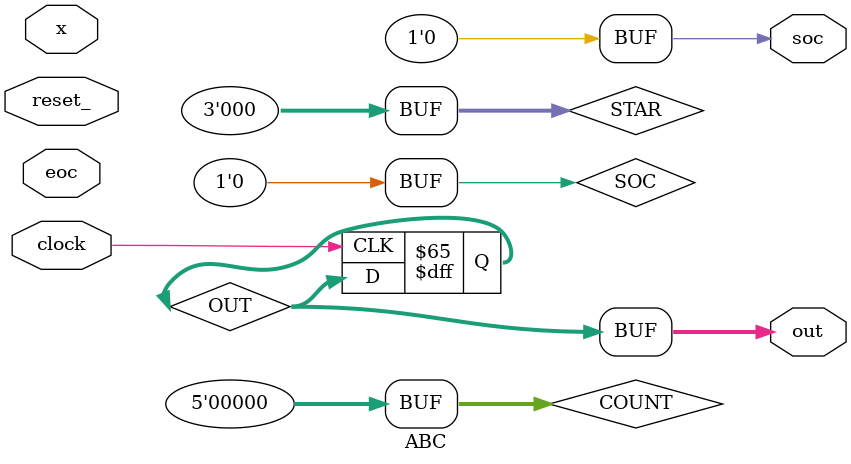
<source format=v>
module ABC(
    x, soc, eoc, out, clock, reset_
);
 
  input       clock,reset_;

  input [7:0] x;
  input       eoc;
  output      soc;
  output[2:0] out;

  reg [7:0] BYTE;
  reg [2:0] OUT,NUM_COPPIE;
  reg       SOC;
  reg [4:0] COUNT;
 
  reg [2:0] STAR;
  localparam[2:0] S0=0, S1=1, S2=2, S3=3, S4=4;

  assign soc=SOC;
  assign out=OUT;

  always @(reset_==0) #1 
    begin
        COUNT <= 0;
        STAR <= S0;
        SOC <= 0;        
    end
  always @(posedge clock) if (reset_==1)#3
    casex(STAR)
     S0: 
        begin
            SOC <= 1;
            COUNT <= COUNT+1;
            STAR <= (eoc==1) ? S0 : S1;
        end
     S1: 
        begin
            SOC <= 0;
            BYTE <= x;
            NUM_COPPIE <= 0;
            COUNT <= COUNT+1;
            STAR <= (eoc==0) ? S1 : S2;
        end
     S2: 
        begin
            NUM_COPPIE <= (BYTE[7:6]=='B00) ? (NUM_COPPIE+1) : NUM_COPPIE;
            BYTE <= (BYTE[7:6]=='B00) ? ({BYTE[5:0],2'B11}) : ({BYTE[6:0],1'B1});
            COUNT <= COUNT+1;
            STAR <= (BYTE=='HFF) ? S3 : S2;
        end
     S3: 
        begin
            COUNT <= COUNT+1;
            STAR <= (COUNT==18) ? S4 : S3;
        end
     S4: 
        begin
            COUNT <= 0;
            OUT <= NUM_COPPIE;
            STAR <= S0;
        end
    endcase
endmodule

</source>
